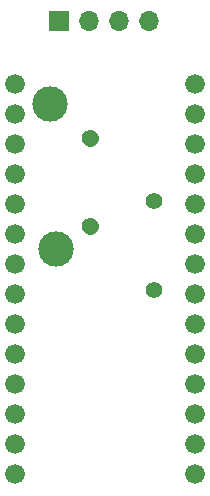
<source format=gbr>
G04 #@! TF.GenerationSoftware,KiCad,Pcbnew,5.1.4-e60b266~84~ubuntu18.04.1*
G04 #@! TF.CreationDate,2019-09-29T18:28:35-04:00*
G04 #@! TF.ProjectId,ib4,6962342e-6b69-4636-9164-5f7063625858,rev?*
G04 #@! TF.SameCoordinates,Original*
G04 #@! TF.FileFunction,Copper,L2,Inr*
G04 #@! TF.FilePolarity,Positive*
%FSLAX46Y46*%
G04 Gerber Fmt 4.6, Leading zero omitted, Abs format (unit mm)*
G04 Created by KiCad (PCBNEW 5.1.4-e60b266~84~ubuntu18.04.1) date 2019-09-29 18:28:35*
%MOMM*%
%LPD*%
G04 APERTURE LIST*
%ADD10C,1.676400*%
%ADD11O,1.700000X1.700000*%
%ADD12R,1.700000X1.700000*%
%ADD13C,1.400000*%
%ADD14C,1.400000*%
%ADD15C,3.000000*%
G04 APERTURE END LIST*
D10*
X105994200Y-33591500D03*
X105994200Y-36131500D03*
X105994200Y-38671500D03*
X105994200Y-41211500D03*
X105994200Y-43751500D03*
X105994200Y-46291500D03*
X105994200Y-48831500D03*
X105994200Y-51371500D03*
X105994200Y-53911500D03*
X105994200Y-56451500D03*
X105994200Y-58991500D03*
X105994200Y-61531500D03*
X105994200Y-64071500D03*
X105994200Y-66611500D03*
X121234200Y-66611500D03*
X121234200Y-64071500D03*
X121234200Y-61531500D03*
X121234200Y-58991500D03*
X121234200Y-56451500D03*
X121234200Y-53911500D03*
X121234200Y-51371500D03*
X121234200Y-48831500D03*
X121234200Y-46291500D03*
X121234200Y-43751500D03*
X121234200Y-41211500D03*
X121234200Y-38671500D03*
X121234200Y-36131500D03*
X121234200Y-33591500D03*
D11*
X117370000Y-28250000D03*
X114830000Y-28250000D03*
X112290000Y-28250000D03*
D12*
X109750000Y-28250000D03*
D13*
X112361846Y-38111846D03*
D14*
X112361846Y-38111846D02*
X112361846Y-38111846D01*
D13*
X117750000Y-43500000D03*
X117750000Y-51000000D03*
X112361846Y-45611846D03*
D14*
X112361846Y-45611846D02*
X112361846Y-45611846D01*
D15*
X109500000Y-47500000D03*
X109000000Y-35250000D03*
M02*

</source>
